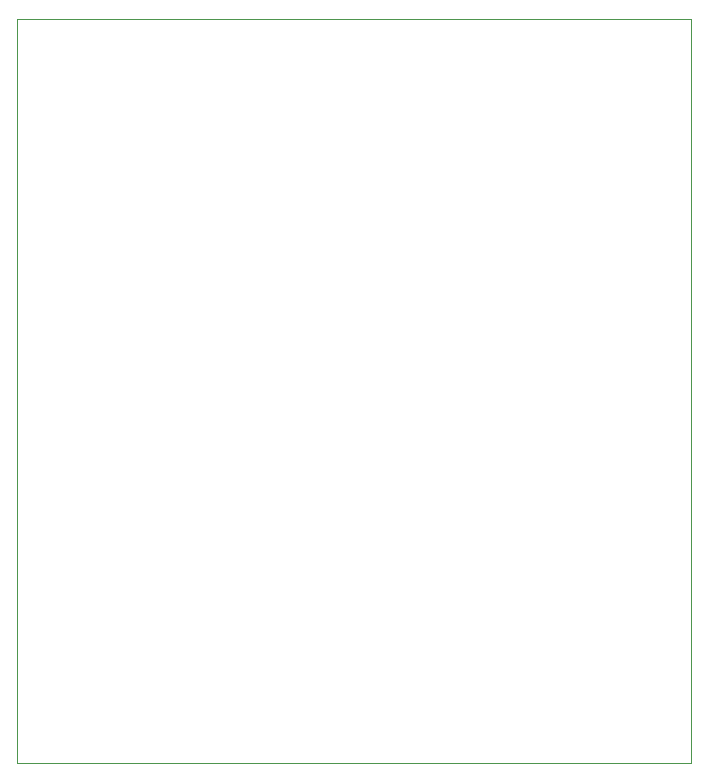
<source format=gbr>
%TF.GenerationSoftware,KiCad,Pcbnew,5.99.0-912657dd23-1*%
%TF.CreationDate,2021-04-24T23:07:37+00:00*%
%TF.ProjectId,bigbutton,62696762-7574-4746-9f6e-2e6b69636164,rev?*%
%TF.SameCoordinates,Original*%
%TF.FileFunction,Profile,NP*%
%FSLAX46Y46*%
G04 Gerber Fmt 4.6, Leading zero omitted, Abs format (unit mm)*
G04 Created by KiCad (PCBNEW 5.99.0-912657dd23-1) date 2021-04-24 23:07:37*
%MOMM*%
%LPD*%
G01*
G04 APERTURE LIST*
%TA.AperFunction,Profile*%
%ADD10C,0.100000*%
%TD*%
G04 APERTURE END LIST*
D10*
X133500000Y-136500000D02*
X76500000Y-136500000D01*
X133500000Y-73500000D02*
X133500000Y-136500000D01*
X76500000Y-73500000D02*
X133500000Y-73500000D01*
X76500000Y-136500000D02*
X76500000Y-73500000D01*
M02*

</source>
